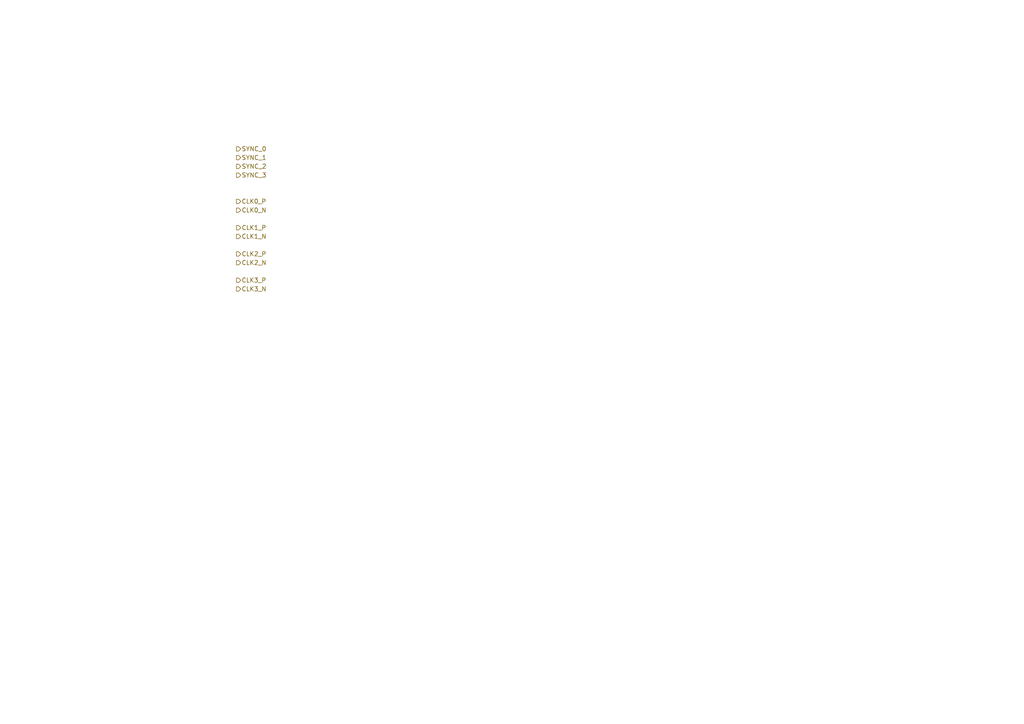
<source format=kicad_sch>
(kicad_sch (version 20211123) (generator eeschema)
  (paper "A4")
  (lib_symbols)
  (hierarchical_label "SYNC_2" (shape output) (at 68.58 48.26 0))
  (hierarchical_label "CLK1_N" (shape output) (at 68.58 68.58 0))
  (hierarchical_label "SYNC_0" (shape output) (at 68.58 43.18 0))
  (hierarchical_label "SYNC_1" (shape output) (at 68.58 45.72 0))
  (hierarchical_label "SYNC_3" (shape output) (at 68.58 50.8 0))
  (hierarchical_label "CLK1_P" (shape output) (at 68.58 66.04 0))
  (hierarchical_label "CLK2_N" (shape output) (at 68.58 76.2 0))
  (hierarchical_label "CLK3_N" (shape output) (at 68.58 83.82 0))
  (hierarchical_label "CLK2_P" (shape output) (at 68.58 73.66 0))
  (hierarchical_label "CLK3_P" (shape output) (at 68.58 81.28 0))
  (hierarchical_label "CLK0_N" (shape output) (at 68.58 60.96 0))
  (hierarchical_label "CLK0_P" (shape output) (at 68.58 58.42 0))
)
</source>
